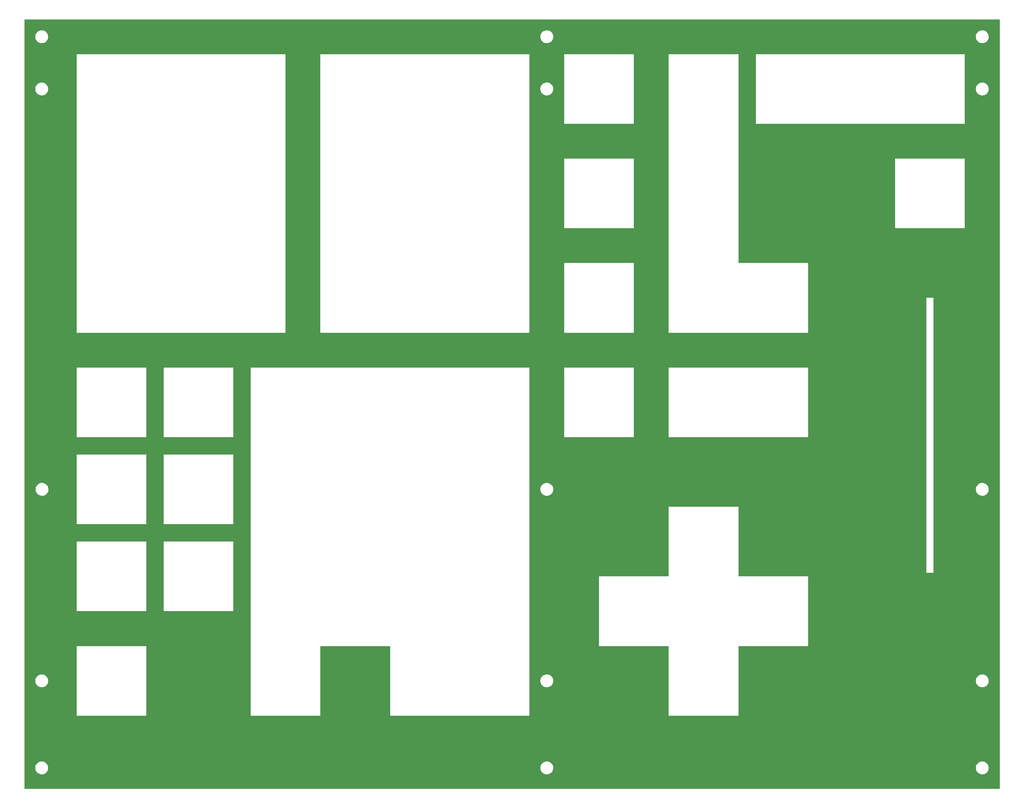
<source format=gbr>
%TF.GenerationSoftware,KiCad,Pcbnew,7.0.5*%
%TF.CreationDate,2023-09-10T17:58:02+02:00*%
%TF.ProjectId,CMD_Board_cover,434d445f-426f-4617-9264-5f636f766572,rev?*%
%TF.SameCoordinates,Original*%
%TF.FileFunction,Copper,L1,Top*%
%TF.FilePolarity,Positive*%
%FSLAX46Y46*%
G04 Gerber Fmt 4.6, Leading zero omitted, Abs format (unit mm)*
G04 Created by KiCad (PCBNEW 7.0.5) date 2023-09-10 17:58:02*
%MOMM*%
%LPD*%
G01*
G04 APERTURE LIST*
G04 APERTURE END LIST*
%TA.AperFunction,NonConductor*%
G36*
X359942539Y-24020185D02*
G01*
X359988294Y-24072989D01*
X359999500Y-24124500D01*
X359999500Y-244873000D01*
X359979815Y-244940039D01*
X359927011Y-244985794D01*
X359875500Y-244997000D01*
X80145000Y-244997000D01*
X80077961Y-244977315D01*
X80032206Y-244924511D01*
X80021000Y-244873000D01*
X80021000Y-239067763D01*
X83145787Y-239067763D01*
X83175413Y-239337013D01*
X83175415Y-239337024D01*
X83243926Y-239599082D01*
X83243928Y-239599088D01*
X83349870Y-239848390D01*
X83421998Y-239966575D01*
X83490979Y-240079605D01*
X83490986Y-240079615D01*
X83664253Y-240287819D01*
X83664259Y-240287824D01*
X83865998Y-240468582D01*
X84091910Y-240618044D01*
X84337176Y-240733020D01*
X84337183Y-240733022D01*
X84337185Y-240733023D01*
X84596557Y-240811057D01*
X84596564Y-240811058D01*
X84596569Y-240811060D01*
X84864561Y-240850500D01*
X84864566Y-240850500D01*
X85067629Y-240850500D01*
X85067631Y-240850500D01*
X85067636Y-240850499D01*
X85067648Y-240850499D01*
X85105191Y-240847750D01*
X85270156Y-240835677D01*
X85382758Y-240810593D01*
X85534546Y-240776782D01*
X85534548Y-240776781D01*
X85534553Y-240776780D01*
X85787558Y-240680014D01*
X86023777Y-240547441D01*
X86238177Y-240381888D01*
X86426186Y-240186881D01*
X86583799Y-239966579D01*
X86657787Y-239822669D01*
X86707649Y-239725690D01*
X86707651Y-239725684D01*
X86707656Y-239725675D01*
X86795118Y-239469305D01*
X86844319Y-239202933D01*
X86849259Y-239067763D01*
X228145787Y-239067763D01*
X228175413Y-239337013D01*
X228175415Y-239337024D01*
X228243926Y-239599082D01*
X228243928Y-239599088D01*
X228349870Y-239848390D01*
X228421998Y-239966575D01*
X228490979Y-240079605D01*
X228490986Y-240079615D01*
X228664253Y-240287819D01*
X228664259Y-240287824D01*
X228865998Y-240468582D01*
X229091910Y-240618044D01*
X229337176Y-240733020D01*
X229337183Y-240733022D01*
X229337185Y-240733023D01*
X229596557Y-240811057D01*
X229596564Y-240811058D01*
X229596569Y-240811060D01*
X229864561Y-240850500D01*
X229864566Y-240850500D01*
X230067629Y-240850500D01*
X230067631Y-240850500D01*
X230067636Y-240850499D01*
X230067648Y-240850499D01*
X230105191Y-240847750D01*
X230270156Y-240835677D01*
X230382758Y-240810593D01*
X230534546Y-240776782D01*
X230534548Y-240776781D01*
X230534553Y-240776780D01*
X230787558Y-240680014D01*
X231023777Y-240547441D01*
X231238177Y-240381888D01*
X231426186Y-240186881D01*
X231583799Y-239966579D01*
X231657787Y-239822669D01*
X231707649Y-239725690D01*
X231707651Y-239725684D01*
X231707656Y-239725675D01*
X231795118Y-239469305D01*
X231844319Y-239202933D01*
X231849259Y-239067763D01*
X353145787Y-239067763D01*
X353175413Y-239337013D01*
X353175415Y-239337024D01*
X353243926Y-239599082D01*
X353243928Y-239599088D01*
X353349870Y-239848390D01*
X353421998Y-239966575D01*
X353490979Y-240079605D01*
X353490986Y-240079615D01*
X353664253Y-240287819D01*
X353664259Y-240287824D01*
X353865998Y-240468582D01*
X354091910Y-240618044D01*
X354337176Y-240733020D01*
X354337183Y-240733022D01*
X354337185Y-240733023D01*
X354596557Y-240811057D01*
X354596564Y-240811058D01*
X354596569Y-240811060D01*
X354864561Y-240850500D01*
X354864566Y-240850500D01*
X355067629Y-240850500D01*
X355067631Y-240850500D01*
X355067636Y-240850499D01*
X355067648Y-240850499D01*
X355105191Y-240847750D01*
X355270156Y-240835677D01*
X355382758Y-240810593D01*
X355534546Y-240776782D01*
X355534548Y-240776781D01*
X355534553Y-240776780D01*
X355787558Y-240680014D01*
X356023777Y-240547441D01*
X356238177Y-240381888D01*
X356426186Y-240186881D01*
X356583799Y-239966579D01*
X356657787Y-239822669D01*
X356707649Y-239725690D01*
X356707651Y-239725684D01*
X356707656Y-239725675D01*
X356795118Y-239469305D01*
X356844319Y-239202933D01*
X356854212Y-238932235D01*
X356824586Y-238662982D01*
X356756072Y-238400912D01*
X356650130Y-238151610D01*
X356509018Y-237920390D01*
X356419747Y-237813119D01*
X356335746Y-237712180D01*
X356335740Y-237712175D01*
X356134002Y-237531418D01*
X355908092Y-237381957D01*
X355908090Y-237381956D01*
X355662824Y-237266980D01*
X355662819Y-237266978D01*
X355662814Y-237266976D01*
X355403442Y-237188942D01*
X355403428Y-237188939D01*
X355287791Y-237171921D01*
X355135439Y-237149500D01*
X354932369Y-237149500D01*
X354932351Y-237149500D01*
X354729844Y-237164323D01*
X354729831Y-237164325D01*
X354465453Y-237223217D01*
X354465446Y-237223220D01*
X354212439Y-237319987D01*
X353976226Y-237452557D01*
X353761822Y-237618112D01*
X353573822Y-237813109D01*
X353573816Y-237813116D01*
X353416202Y-238033419D01*
X353416199Y-238033424D01*
X353292350Y-238274309D01*
X353292343Y-238274327D01*
X353204884Y-238530685D01*
X353204881Y-238530699D01*
X353155681Y-238797068D01*
X353155680Y-238797075D01*
X353145787Y-239067763D01*
X231849259Y-239067763D01*
X231854212Y-238932235D01*
X231824586Y-238662982D01*
X231756072Y-238400912D01*
X231650130Y-238151610D01*
X231509018Y-237920390D01*
X231419747Y-237813119D01*
X231335746Y-237712180D01*
X231335740Y-237712175D01*
X231134002Y-237531418D01*
X230908092Y-237381957D01*
X230908090Y-237381956D01*
X230662824Y-237266980D01*
X230662819Y-237266978D01*
X230662814Y-237266976D01*
X230403442Y-237188942D01*
X230403428Y-237188939D01*
X230287791Y-237171921D01*
X230135439Y-237149500D01*
X229932369Y-237149500D01*
X229932351Y-237149500D01*
X229729844Y-237164323D01*
X229729831Y-237164325D01*
X229465453Y-237223217D01*
X229465446Y-237223220D01*
X229212439Y-237319987D01*
X228976226Y-237452557D01*
X228761822Y-237618112D01*
X228573822Y-237813109D01*
X228573816Y-237813116D01*
X228416202Y-238033419D01*
X228416199Y-238033424D01*
X228292350Y-238274309D01*
X228292343Y-238274327D01*
X228204884Y-238530685D01*
X228204881Y-238530699D01*
X228155681Y-238797068D01*
X228155680Y-238797075D01*
X228145787Y-239067763D01*
X86849259Y-239067763D01*
X86854212Y-238932235D01*
X86824586Y-238662982D01*
X86756072Y-238400912D01*
X86650130Y-238151610D01*
X86509018Y-237920390D01*
X86419747Y-237813119D01*
X86335746Y-237712180D01*
X86335740Y-237712175D01*
X86134002Y-237531418D01*
X85908092Y-237381957D01*
X85908090Y-237381956D01*
X85662824Y-237266980D01*
X85662819Y-237266978D01*
X85662814Y-237266976D01*
X85403442Y-237188942D01*
X85403428Y-237188939D01*
X85287791Y-237171921D01*
X85135439Y-237149500D01*
X84932369Y-237149500D01*
X84932351Y-237149500D01*
X84729844Y-237164323D01*
X84729831Y-237164325D01*
X84465453Y-237223217D01*
X84465446Y-237223220D01*
X84212439Y-237319987D01*
X83976226Y-237452557D01*
X83761822Y-237618112D01*
X83573822Y-237813109D01*
X83573816Y-237813116D01*
X83416202Y-238033419D01*
X83416199Y-238033424D01*
X83292350Y-238274309D01*
X83292343Y-238274327D01*
X83204884Y-238530685D01*
X83204881Y-238530699D01*
X83155681Y-238797068D01*
X83155680Y-238797075D01*
X83145787Y-239067763D01*
X80021000Y-239067763D01*
X80021000Y-223975889D01*
X94999416Y-223975889D01*
X94999459Y-224000001D01*
X94999544Y-224000206D01*
X94999616Y-224000382D01*
X94999618Y-224000384D01*
X94999808Y-224000462D01*
X95000000Y-224000541D01*
X95000002Y-224000539D01*
X95024616Y-224000524D01*
X95024616Y-224000528D01*
X95024760Y-224000500D01*
X114975240Y-224000500D01*
X114975383Y-224000528D01*
X114975384Y-224000524D01*
X114999997Y-224000539D01*
X115000000Y-224000541D01*
X115000383Y-224000383D01*
X115000500Y-224000099D01*
X115000541Y-224000000D01*
X115000540Y-223999997D01*
X115000583Y-223975889D01*
X144999416Y-223975889D01*
X144999459Y-224000001D01*
X144999544Y-224000206D01*
X144999616Y-224000382D01*
X144999618Y-224000384D01*
X144999808Y-224000462D01*
X145000000Y-224000541D01*
X145000002Y-224000539D01*
X145024616Y-224000524D01*
X145024616Y-224000528D01*
X145024760Y-224000500D01*
X164975240Y-224000500D01*
X164975383Y-224000528D01*
X164975384Y-224000524D01*
X164999997Y-224000539D01*
X165000000Y-224000541D01*
X165000383Y-224000383D01*
X165000500Y-224000099D01*
X165000541Y-224000000D01*
X165000540Y-223999997D01*
X165000583Y-223975889D01*
X165000500Y-223975467D01*
X165000500Y-204124500D01*
X165020185Y-204057461D01*
X165072989Y-204011706D01*
X165124500Y-204000500D01*
X184875500Y-204000500D01*
X184942539Y-204020185D01*
X184988294Y-204072989D01*
X184999500Y-204124500D01*
X184999500Y-223975467D01*
X184999416Y-223975889D01*
X184999459Y-224000001D01*
X184999544Y-224000206D01*
X184999616Y-224000382D01*
X184999618Y-224000384D01*
X184999808Y-224000462D01*
X185000000Y-224000541D01*
X185000002Y-224000539D01*
X185024616Y-224000524D01*
X185024616Y-224000528D01*
X185024760Y-224000500D01*
X224975240Y-224000500D01*
X224975383Y-224000528D01*
X224975384Y-224000524D01*
X224999997Y-224000539D01*
X225000000Y-224000541D01*
X225000383Y-224000383D01*
X225000500Y-224000099D01*
X225000541Y-224000000D01*
X225000540Y-223999997D01*
X225000583Y-223975889D01*
X225000500Y-223975467D01*
X225000500Y-214067763D01*
X228145787Y-214067763D01*
X228175413Y-214337013D01*
X228175415Y-214337024D01*
X228243926Y-214599082D01*
X228243928Y-214599088D01*
X228349870Y-214848390D01*
X228421998Y-214966575D01*
X228490979Y-215079605D01*
X228490986Y-215079615D01*
X228664253Y-215287819D01*
X228664259Y-215287824D01*
X228865998Y-215468582D01*
X229091910Y-215618044D01*
X229337176Y-215733020D01*
X229337183Y-215733022D01*
X229337185Y-215733023D01*
X229596557Y-215811057D01*
X229596564Y-215811058D01*
X229596569Y-215811060D01*
X229864561Y-215850500D01*
X229864566Y-215850500D01*
X230067629Y-215850500D01*
X230067631Y-215850500D01*
X230067636Y-215850499D01*
X230067648Y-215850499D01*
X230105191Y-215847750D01*
X230270156Y-215835677D01*
X230382758Y-215810593D01*
X230534546Y-215776782D01*
X230534548Y-215776781D01*
X230534553Y-215776780D01*
X230787558Y-215680014D01*
X231023777Y-215547441D01*
X231238177Y-215381888D01*
X231426186Y-215186881D01*
X231583799Y-214966579D01*
X231657787Y-214822669D01*
X231707649Y-214725690D01*
X231707651Y-214725684D01*
X231707656Y-214725675D01*
X231795118Y-214469305D01*
X231844319Y-214202933D01*
X231854212Y-213932235D01*
X231824586Y-213662982D01*
X231756072Y-213400912D01*
X231650130Y-213151610D01*
X231509018Y-212920390D01*
X231419747Y-212813119D01*
X231335746Y-212712180D01*
X231335740Y-212712175D01*
X231134002Y-212531418D01*
X230908092Y-212381957D01*
X230908090Y-212381956D01*
X230662824Y-212266980D01*
X230662819Y-212266978D01*
X230662814Y-212266976D01*
X230403442Y-212188942D01*
X230403428Y-212188939D01*
X230287791Y-212171921D01*
X230135439Y-212149500D01*
X229932369Y-212149500D01*
X229932351Y-212149500D01*
X229729844Y-212164323D01*
X229729831Y-212164325D01*
X229465453Y-212223217D01*
X229465446Y-212223220D01*
X229212439Y-212319987D01*
X228976226Y-212452557D01*
X228761822Y-212618112D01*
X228573822Y-212813109D01*
X228573816Y-212813116D01*
X228416202Y-213033419D01*
X228416199Y-213033424D01*
X228292350Y-213274309D01*
X228292343Y-213274327D01*
X228204884Y-213530685D01*
X228204881Y-213530699D01*
X228155681Y-213797068D01*
X228155680Y-213797075D01*
X228145787Y-214067763D01*
X225000500Y-214067763D01*
X225000500Y-203975889D01*
X244999416Y-203975889D01*
X244999459Y-204000001D01*
X244999544Y-204000206D01*
X244999616Y-204000382D01*
X244999618Y-204000384D01*
X244999808Y-204000462D01*
X245000000Y-204000541D01*
X245000002Y-204000539D01*
X245024616Y-204000524D01*
X245024616Y-204000528D01*
X245024760Y-204000500D01*
X264875500Y-204000500D01*
X264942539Y-204020185D01*
X264988294Y-204072989D01*
X264999500Y-204124500D01*
X264999500Y-223975467D01*
X264999416Y-223975889D01*
X264999459Y-224000001D01*
X264999544Y-224000206D01*
X264999616Y-224000382D01*
X264999618Y-224000384D01*
X264999808Y-224000462D01*
X265000000Y-224000541D01*
X265000002Y-224000539D01*
X265024616Y-224000524D01*
X265024616Y-224000528D01*
X265024760Y-224000500D01*
X284975240Y-224000500D01*
X284975383Y-224000528D01*
X284975384Y-224000524D01*
X284999997Y-224000539D01*
X285000000Y-224000541D01*
X285000383Y-224000383D01*
X285000500Y-224000099D01*
X285000541Y-224000000D01*
X285000540Y-223999997D01*
X285000583Y-223975889D01*
X285000500Y-223975467D01*
X285000500Y-214067763D01*
X353145787Y-214067763D01*
X353175413Y-214337013D01*
X353175415Y-214337024D01*
X353243926Y-214599082D01*
X353243928Y-214599088D01*
X353349870Y-214848390D01*
X353421998Y-214966575D01*
X353490979Y-215079605D01*
X353490986Y-215079615D01*
X353664253Y-215287819D01*
X353664259Y-215287824D01*
X353865998Y-215468582D01*
X354091910Y-215618044D01*
X354337176Y-215733020D01*
X354337183Y-215733022D01*
X354337185Y-215733023D01*
X354596557Y-215811057D01*
X354596564Y-215811058D01*
X354596569Y-215811060D01*
X354864561Y-215850500D01*
X354864566Y-215850500D01*
X355067629Y-215850500D01*
X355067631Y-215850500D01*
X355067636Y-215850499D01*
X355067648Y-215850499D01*
X355105191Y-215847750D01*
X355270156Y-215835677D01*
X355382758Y-215810593D01*
X355534546Y-215776782D01*
X355534548Y-215776781D01*
X355534553Y-215776780D01*
X355787558Y-215680014D01*
X356023777Y-215547441D01*
X356238177Y-215381888D01*
X356426186Y-215186881D01*
X356583799Y-214966579D01*
X356657787Y-214822669D01*
X356707649Y-214725690D01*
X356707651Y-214725684D01*
X356707656Y-214725675D01*
X356795118Y-214469305D01*
X356844319Y-214202933D01*
X356854212Y-213932235D01*
X356824586Y-213662982D01*
X356756072Y-213400912D01*
X356650130Y-213151610D01*
X356509018Y-212920390D01*
X356419747Y-212813119D01*
X356335746Y-212712180D01*
X356335740Y-212712175D01*
X356134002Y-212531418D01*
X355908092Y-212381957D01*
X355908090Y-212381956D01*
X355662824Y-212266980D01*
X355662819Y-212266978D01*
X355662814Y-212266976D01*
X355403442Y-212188942D01*
X355403428Y-212188939D01*
X355287791Y-212171921D01*
X355135439Y-212149500D01*
X354932369Y-212149500D01*
X354932351Y-212149500D01*
X354729844Y-212164323D01*
X354729831Y-212164325D01*
X354465453Y-212223217D01*
X354465446Y-212223220D01*
X354212439Y-212319987D01*
X353976226Y-212452557D01*
X353761822Y-212618112D01*
X353573822Y-212813109D01*
X353573816Y-212813116D01*
X353416202Y-213033419D01*
X353416199Y-213033424D01*
X353292350Y-213274309D01*
X353292343Y-213274327D01*
X353204884Y-213530685D01*
X353204881Y-213530699D01*
X353155681Y-213797068D01*
X353155680Y-213797075D01*
X353145787Y-214067763D01*
X285000500Y-214067763D01*
X285000500Y-204124500D01*
X285020185Y-204057461D01*
X285072989Y-204011706D01*
X285124500Y-204000500D01*
X304975240Y-204000500D01*
X304975383Y-204000528D01*
X304975384Y-204000524D01*
X304999997Y-204000539D01*
X305000000Y-204000541D01*
X305000383Y-204000383D01*
X305000500Y-204000099D01*
X305000541Y-204000000D01*
X305000540Y-203999997D01*
X305000583Y-203975889D01*
X305000500Y-203975467D01*
X305000500Y-184024759D01*
X305000528Y-184024616D01*
X305000524Y-184024616D01*
X305000539Y-184000002D01*
X305000541Y-184000000D01*
X305000462Y-183999808D01*
X305000384Y-183999618D01*
X305000383Y-183999617D01*
X305000381Y-183999616D01*
X305000090Y-183999496D01*
X305000001Y-183999459D01*
X304975446Y-183999459D01*
X304975240Y-183999500D01*
X285124500Y-183999500D01*
X285057461Y-183979815D01*
X285011706Y-183927011D01*
X285000500Y-183875500D01*
X285000500Y-182975889D01*
X338999416Y-182975889D01*
X338999459Y-183000001D01*
X338999544Y-183000206D01*
X338999616Y-183000382D01*
X338999618Y-183000384D01*
X338999808Y-183000462D01*
X339000000Y-183000541D01*
X339000002Y-183000539D01*
X339024616Y-183000524D01*
X339024616Y-183000528D01*
X339024760Y-183000500D01*
X340975240Y-183000500D01*
X340975383Y-183000528D01*
X340975384Y-183000524D01*
X340999997Y-183000539D01*
X341000000Y-183000541D01*
X341000383Y-183000383D01*
X341000500Y-183000099D01*
X341000541Y-183000000D01*
X341000540Y-182999997D01*
X341000583Y-182975889D01*
X341000500Y-182975467D01*
X341000500Y-159067763D01*
X353145787Y-159067763D01*
X353175413Y-159337013D01*
X353175415Y-159337024D01*
X353243926Y-159599082D01*
X353243928Y-159599088D01*
X353349870Y-159848390D01*
X353421998Y-159966575D01*
X353490979Y-160079605D01*
X353490986Y-160079615D01*
X353664253Y-160287819D01*
X353664259Y-160287824D01*
X353865998Y-160468582D01*
X354091910Y-160618044D01*
X354337176Y-160733020D01*
X354337183Y-160733022D01*
X354337185Y-160733023D01*
X354596557Y-160811057D01*
X354596564Y-160811058D01*
X354596569Y-160811060D01*
X354864561Y-160850500D01*
X354864566Y-160850500D01*
X355067629Y-160850500D01*
X355067631Y-160850500D01*
X355067636Y-160850499D01*
X355067648Y-160850499D01*
X355105191Y-160847750D01*
X355270156Y-160835677D01*
X355382758Y-160810593D01*
X355534546Y-160776782D01*
X355534548Y-160776781D01*
X355534553Y-160776780D01*
X355787558Y-160680014D01*
X356023777Y-160547441D01*
X356238177Y-160381888D01*
X356426186Y-160186881D01*
X356583799Y-159966579D01*
X356657787Y-159822669D01*
X356707649Y-159725690D01*
X356707651Y-159725684D01*
X356707656Y-159725675D01*
X356795118Y-159469305D01*
X356844319Y-159202933D01*
X356854212Y-158932235D01*
X356824586Y-158662982D01*
X356756072Y-158400912D01*
X356650130Y-158151610D01*
X356509018Y-157920390D01*
X356419747Y-157813119D01*
X356335746Y-157712180D01*
X356335740Y-157712175D01*
X356134002Y-157531418D01*
X355908092Y-157381957D01*
X355908090Y-157381956D01*
X355662824Y-157266980D01*
X355662819Y-157266978D01*
X355662814Y-157266976D01*
X355403442Y-157188942D01*
X355403428Y-157188939D01*
X355287791Y-157171921D01*
X355135439Y-157149500D01*
X354932369Y-157149500D01*
X354932351Y-157149500D01*
X354729844Y-157164323D01*
X354729831Y-157164325D01*
X354465453Y-157223217D01*
X354465446Y-157223220D01*
X354212439Y-157319987D01*
X353976226Y-157452557D01*
X353761822Y-157618112D01*
X353573822Y-157813109D01*
X353573816Y-157813116D01*
X353416202Y-158033419D01*
X353416199Y-158033424D01*
X353292350Y-158274309D01*
X353292343Y-158274327D01*
X353204884Y-158530685D01*
X353204881Y-158530699D01*
X353155681Y-158797068D01*
X353155680Y-158797075D01*
X353145787Y-159067763D01*
X341000500Y-159067763D01*
X341000500Y-104024759D01*
X341000528Y-104024616D01*
X341000524Y-104024616D01*
X341000539Y-104000002D01*
X341000541Y-104000000D01*
X341000462Y-103999808D01*
X341000384Y-103999618D01*
X341000383Y-103999617D01*
X341000381Y-103999616D01*
X341000090Y-103999496D01*
X341000001Y-103999459D01*
X340975446Y-103999459D01*
X340975240Y-103999500D01*
X339024760Y-103999500D01*
X339024554Y-103999459D01*
X338999998Y-103999459D01*
X338999909Y-103999496D01*
X338999619Y-103999615D01*
X338999615Y-103999618D01*
X338999459Y-103999999D01*
X338999476Y-104024616D01*
X338999471Y-104024616D01*
X338999500Y-104024759D01*
X338999500Y-182975467D01*
X338999416Y-182975889D01*
X285000500Y-182975889D01*
X285000500Y-164024759D01*
X285000528Y-164024616D01*
X285000524Y-164024616D01*
X285000539Y-164000002D01*
X285000541Y-164000000D01*
X285000462Y-163999808D01*
X285000384Y-163999618D01*
X285000383Y-163999617D01*
X285000381Y-163999616D01*
X285000090Y-163999496D01*
X285000001Y-163999459D01*
X284975446Y-163999459D01*
X284975240Y-163999500D01*
X265024760Y-163999500D01*
X265024554Y-163999459D01*
X264999998Y-163999459D01*
X264999909Y-163999496D01*
X264999619Y-163999615D01*
X264999615Y-163999618D01*
X264999459Y-163999999D01*
X264999476Y-164024616D01*
X264999471Y-164024616D01*
X264999500Y-164024759D01*
X264999500Y-183875500D01*
X264979815Y-183942539D01*
X264927011Y-183988294D01*
X264875500Y-183999500D01*
X245024760Y-183999500D01*
X245024554Y-183999459D01*
X244999998Y-183999459D01*
X244999909Y-183999496D01*
X244999619Y-183999615D01*
X244999615Y-183999618D01*
X244999459Y-183999999D01*
X244999476Y-184024616D01*
X244999471Y-184024616D01*
X244999500Y-184024759D01*
X244999500Y-203975467D01*
X244999416Y-203975889D01*
X225000500Y-203975889D01*
X225000500Y-174000500D01*
X225000500Y-159067763D01*
X228145787Y-159067763D01*
X228175413Y-159337013D01*
X228175415Y-159337024D01*
X228243926Y-159599082D01*
X228243928Y-159599088D01*
X228349870Y-159848390D01*
X228421998Y-159966575D01*
X228490979Y-160079605D01*
X228490986Y-160079615D01*
X228664253Y-160287819D01*
X228664259Y-160287824D01*
X228865998Y-160468582D01*
X229091910Y-160618044D01*
X229337176Y-160733020D01*
X229337183Y-160733022D01*
X229337185Y-160733023D01*
X229596557Y-160811057D01*
X229596564Y-160811058D01*
X229596569Y-160811060D01*
X229864561Y-160850500D01*
X229864566Y-160850500D01*
X230067629Y-160850500D01*
X230067631Y-160850500D01*
X230067636Y-160850499D01*
X230067648Y-160850499D01*
X230105191Y-160847750D01*
X230270156Y-160835677D01*
X230382758Y-160810593D01*
X230534546Y-160776782D01*
X230534548Y-160776781D01*
X230534553Y-160776780D01*
X230787558Y-160680014D01*
X231023777Y-160547441D01*
X231238177Y-160381888D01*
X231426186Y-160186881D01*
X231583799Y-159966579D01*
X231657787Y-159822669D01*
X231707649Y-159725690D01*
X231707651Y-159725684D01*
X231707656Y-159725675D01*
X231795118Y-159469305D01*
X231844319Y-159202933D01*
X231854212Y-158932235D01*
X231824586Y-158662982D01*
X231756072Y-158400912D01*
X231650130Y-158151610D01*
X231509018Y-157920390D01*
X231419747Y-157813119D01*
X231335746Y-157712180D01*
X231335740Y-157712175D01*
X231134002Y-157531418D01*
X230908092Y-157381957D01*
X230908090Y-157381956D01*
X230662824Y-157266980D01*
X230662819Y-157266978D01*
X230662814Y-157266976D01*
X230403442Y-157188942D01*
X230403428Y-157188939D01*
X230287791Y-157171921D01*
X230135439Y-157149500D01*
X229932369Y-157149500D01*
X229932351Y-157149500D01*
X229729844Y-157164323D01*
X229729831Y-157164325D01*
X229465453Y-157223217D01*
X229465446Y-157223220D01*
X229212439Y-157319987D01*
X228976226Y-157452557D01*
X228761822Y-157618112D01*
X228573822Y-157813109D01*
X228573816Y-157813116D01*
X228416202Y-158033419D01*
X228416199Y-158033424D01*
X228292350Y-158274309D01*
X228292343Y-158274327D01*
X228204884Y-158530685D01*
X228204881Y-158530699D01*
X228155681Y-158797068D01*
X228155680Y-158797075D01*
X228145787Y-159067763D01*
X225000500Y-159067763D01*
X225000500Y-143975889D01*
X234999416Y-143975889D01*
X234999459Y-144000001D01*
X234999544Y-144000206D01*
X234999616Y-144000382D01*
X234999618Y-144000384D01*
X234999808Y-144000462D01*
X235000000Y-144000541D01*
X235000002Y-144000539D01*
X235024616Y-144000524D01*
X235024616Y-144000528D01*
X235024760Y-144000500D01*
X254975240Y-144000500D01*
X254975383Y-144000528D01*
X254975384Y-144000524D01*
X254999997Y-144000539D01*
X255000000Y-144000541D01*
X255000383Y-144000383D01*
X255000500Y-144000099D01*
X255000541Y-144000000D01*
X255000540Y-143999997D01*
X255000583Y-143975889D01*
X264999416Y-143975889D01*
X264999459Y-144000001D01*
X264999544Y-144000206D01*
X264999616Y-144000382D01*
X264999618Y-144000384D01*
X264999808Y-144000462D01*
X265000000Y-144000541D01*
X265000002Y-144000539D01*
X265024616Y-144000524D01*
X265024616Y-144000528D01*
X265024760Y-144000500D01*
X304975240Y-144000500D01*
X304975383Y-144000528D01*
X304975384Y-144000524D01*
X304999997Y-144000539D01*
X305000000Y-144000541D01*
X305000383Y-144000383D01*
X305000500Y-144000099D01*
X305000541Y-144000000D01*
X305000540Y-143999997D01*
X305000583Y-143975889D01*
X305000500Y-143975467D01*
X305000500Y-124024759D01*
X305000528Y-124024616D01*
X305000524Y-124024616D01*
X305000539Y-124000002D01*
X305000541Y-124000000D01*
X305000462Y-123999808D01*
X305000384Y-123999618D01*
X305000383Y-123999617D01*
X305000381Y-123999616D01*
X305000090Y-123999496D01*
X305000001Y-123999459D01*
X304975446Y-123999459D01*
X304975240Y-123999500D01*
X265024760Y-123999500D01*
X265024554Y-123999459D01*
X264999998Y-123999459D01*
X264999909Y-123999496D01*
X264999619Y-123999615D01*
X264999615Y-123999618D01*
X264999459Y-123999999D01*
X264999476Y-124024616D01*
X264999471Y-124024616D01*
X264999500Y-124024759D01*
X264999499Y-143975467D01*
X264999416Y-143975889D01*
X255000583Y-143975889D01*
X255000500Y-143975467D01*
X255000500Y-124024759D01*
X255000528Y-124024616D01*
X255000524Y-124024616D01*
X255000539Y-124000002D01*
X255000541Y-124000000D01*
X255000462Y-123999808D01*
X255000384Y-123999618D01*
X255000383Y-123999617D01*
X255000381Y-123999616D01*
X255000090Y-123999496D01*
X255000001Y-123999459D01*
X254975446Y-123999459D01*
X254975240Y-123999500D01*
X235024760Y-123999500D01*
X235024554Y-123999459D01*
X234999998Y-123999459D01*
X234999909Y-123999496D01*
X234999619Y-123999615D01*
X234999615Y-123999618D01*
X234999459Y-123999999D01*
X234999476Y-124024616D01*
X234999471Y-124024616D01*
X234999500Y-124024759D01*
X234999500Y-143975467D01*
X234999416Y-143975889D01*
X225000500Y-143975889D01*
X225000500Y-124024754D01*
X225000528Y-124024616D01*
X225000524Y-124024616D01*
X225000539Y-124000002D01*
X225000541Y-124000000D01*
X225000462Y-123999808D01*
X225000384Y-123999618D01*
X225000383Y-123999617D01*
X225000381Y-123999616D01*
X225000090Y-123999496D01*
X225000001Y-123999459D01*
X224975446Y-123999459D01*
X224975240Y-123999500D01*
X145024760Y-123999500D01*
X145024554Y-123999459D01*
X144999998Y-123999459D01*
X144999909Y-123999496D01*
X144999619Y-123999615D01*
X144999615Y-123999618D01*
X144999459Y-123999999D01*
X144999476Y-124024616D01*
X144999471Y-124024616D01*
X144999500Y-124024759D01*
X144999500Y-223975467D01*
X144999416Y-223975889D01*
X115000583Y-223975889D01*
X115000500Y-223975467D01*
X115000500Y-204024759D01*
X115000528Y-204024616D01*
X115000524Y-204024616D01*
X115000539Y-204000002D01*
X115000541Y-204000000D01*
X115000462Y-203999808D01*
X115000384Y-203999618D01*
X115000383Y-203999617D01*
X115000381Y-203999616D01*
X115000090Y-203999496D01*
X115000001Y-203999459D01*
X114975446Y-203999459D01*
X114975240Y-203999500D01*
X95024760Y-203999500D01*
X95024554Y-203999459D01*
X94999998Y-203999459D01*
X94999909Y-203999496D01*
X94999619Y-203999615D01*
X94999615Y-203999618D01*
X94999459Y-203999999D01*
X94999476Y-204024616D01*
X94999471Y-204024616D01*
X94999500Y-204024759D01*
X94999500Y-223975467D01*
X94999416Y-223975889D01*
X80021000Y-223975889D01*
X80021000Y-214067763D01*
X83145787Y-214067763D01*
X83175413Y-214337013D01*
X83175415Y-214337024D01*
X83243926Y-214599082D01*
X83243928Y-214599088D01*
X83349870Y-214848390D01*
X83421998Y-214966575D01*
X83490979Y-215079605D01*
X83490986Y-215079615D01*
X83664253Y-215287819D01*
X83664259Y-215287824D01*
X83865998Y-215468582D01*
X84091910Y-215618044D01*
X84337176Y-215733020D01*
X84337183Y-215733022D01*
X84337185Y-215733023D01*
X84596557Y-215811057D01*
X84596564Y-215811058D01*
X84596569Y-215811060D01*
X84864561Y-215850500D01*
X84864566Y-215850500D01*
X85067629Y-215850500D01*
X85067631Y-215850500D01*
X85067636Y-215850499D01*
X85067648Y-215850499D01*
X85105191Y-215847750D01*
X85270156Y-215835677D01*
X85382758Y-215810593D01*
X85534546Y-215776782D01*
X85534548Y-215776781D01*
X85534553Y-215776780D01*
X85787558Y-215680014D01*
X86023777Y-215547441D01*
X86238177Y-215381888D01*
X86426186Y-215186881D01*
X86583799Y-214966579D01*
X86657787Y-214822669D01*
X86707649Y-214725690D01*
X86707651Y-214725684D01*
X86707656Y-214725675D01*
X86795118Y-214469305D01*
X86844319Y-214202933D01*
X86854212Y-213932235D01*
X86824586Y-213662982D01*
X86756072Y-213400912D01*
X86650130Y-213151610D01*
X86509018Y-212920390D01*
X86419747Y-212813119D01*
X86335746Y-212712180D01*
X86335740Y-212712175D01*
X86134002Y-212531418D01*
X85908092Y-212381957D01*
X85908090Y-212381956D01*
X85662824Y-212266980D01*
X85662819Y-212266978D01*
X85662814Y-212266976D01*
X85403442Y-212188942D01*
X85403428Y-212188939D01*
X85287791Y-212171921D01*
X85135439Y-212149500D01*
X84932369Y-212149500D01*
X84932351Y-212149500D01*
X84729844Y-212164323D01*
X84729831Y-212164325D01*
X84465453Y-212223217D01*
X84465446Y-212223220D01*
X84212439Y-212319987D01*
X83976226Y-212452557D01*
X83761822Y-212618112D01*
X83573822Y-212813109D01*
X83573816Y-212813116D01*
X83416202Y-213033419D01*
X83416199Y-213033424D01*
X83292350Y-213274309D01*
X83292343Y-213274327D01*
X83204884Y-213530685D01*
X83204881Y-213530699D01*
X83155681Y-213797068D01*
X83155680Y-213797075D01*
X83145787Y-214067763D01*
X80021000Y-214067763D01*
X80021000Y-193975889D01*
X94999416Y-193975889D01*
X94999459Y-194000001D01*
X94999544Y-194000206D01*
X94999616Y-194000382D01*
X94999618Y-194000384D01*
X94999808Y-194000462D01*
X95000000Y-194000541D01*
X95000002Y-194000539D01*
X95024616Y-194000524D01*
X95024616Y-194000528D01*
X95024760Y-194000500D01*
X114975240Y-194000500D01*
X114975383Y-194000528D01*
X114975384Y-194000524D01*
X114999997Y-194000539D01*
X115000000Y-194000541D01*
X115000383Y-194000383D01*
X115000500Y-194000099D01*
X115000541Y-194000000D01*
X115000540Y-193999997D01*
X115000583Y-193975889D01*
X119999416Y-193975889D01*
X119999459Y-194000001D01*
X119999544Y-194000206D01*
X119999616Y-194000382D01*
X119999618Y-194000384D01*
X119999808Y-194000462D01*
X120000000Y-194000541D01*
X120000002Y-194000539D01*
X120024616Y-194000524D01*
X120024616Y-194000528D01*
X120024760Y-194000500D01*
X139975240Y-194000500D01*
X139975383Y-194000528D01*
X139975384Y-194000524D01*
X139999997Y-194000539D01*
X140000000Y-194000541D01*
X140000383Y-194000383D01*
X140000500Y-194000099D01*
X140000541Y-194000000D01*
X140000540Y-193999997D01*
X140000583Y-193975889D01*
X140000500Y-193975467D01*
X140000500Y-174024759D01*
X140000528Y-174024616D01*
X140000524Y-174024616D01*
X140000539Y-174000002D01*
X140000541Y-174000000D01*
X140000462Y-173999808D01*
X140000384Y-173999618D01*
X140000383Y-173999617D01*
X140000381Y-173999616D01*
X140000090Y-173999496D01*
X140000001Y-173999459D01*
X139975446Y-173999459D01*
X139975240Y-173999500D01*
X120024760Y-173999500D01*
X120024554Y-173999459D01*
X119999998Y-173999459D01*
X119999909Y-173999496D01*
X119999619Y-173999615D01*
X119999615Y-173999618D01*
X119999459Y-173999999D01*
X119999476Y-174024616D01*
X119999471Y-174024616D01*
X119999500Y-174024759D01*
X119999499Y-193975467D01*
X119999416Y-193975889D01*
X115000583Y-193975889D01*
X115000500Y-193975467D01*
X115000500Y-174024759D01*
X115000528Y-174024616D01*
X115000524Y-174024616D01*
X115000539Y-174000002D01*
X115000541Y-174000000D01*
X115000462Y-173999808D01*
X115000384Y-173999618D01*
X115000383Y-173999617D01*
X115000381Y-173999616D01*
X115000090Y-173999496D01*
X115000001Y-173999459D01*
X114975446Y-173999459D01*
X114975240Y-173999500D01*
X95024760Y-173999500D01*
X95024554Y-173999459D01*
X94999998Y-173999459D01*
X94999909Y-173999496D01*
X94999619Y-173999615D01*
X94999615Y-173999618D01*
X94999459Y-173999999D01*
X94999476Y-174024616D01*
X94999471Y-174024616D01*
X94999500Y-174024759D01*
X94999500Y-193975467D01*
X94999416Y-193975889D01*
X80021000Y-193975889D01*
X80021000Y-168975889D01*
X94999416Y-168975889D01*
X94999459Y-169000001D01*
X94999544Y-169000206D01*
X94999616Y-169000382D01*
X94999618Y-169000384D01*
X94999808Y-169000462D01*
X95000000Y-169000541D01*
X95000002Y-169000539D01*
X95024616Y-169000524D01*
X95024616Y-169000528D01*
X95024760Y-169000500D01*
X114975240Y-169000500D01*
X114975383Y-169000528D01*
X114975384Y-169000524D01*
X114999997Y-169000539D01*
X115000000Y-169000541D01*
X115000383Y-169000383D01*
X115000500Y-169000099D01*
X115000541Y-169000000D01*
X115000540Y-168999997D01*
X115000583Y-168975889D01*
X119999416Y-168975889D01*
X119999459Y-169000001D01*
X119999544Y-169000206D01*
X119999616Y-169000382D01*
X119999618Y-169000384D01*
X119999808Y-169000462D01*
X120000000Y-169000541D01*
X120000002Y-169000539D01*
X120024616Y-169000524D01*
X120024616Y-169000528D01*
X120024760Y-169000500D01*
X139975240Y-169000500D01*
X139975383Y-169000528D01*
X139975384Y-169000524D01*
X139999997Y-169000539D01*
X140000000Y-169000541D01*
X140000383Y-169000383D01*
X140000500Y-169000099D01*
X140000541Y-169000000D01*
X140000540Y-168999997D01*
X140000583Y-168975889D01*
X140000500Y-168975467D01*
X140000500Y-149024759D01*
X140000528Y-149024616D01*
X140000524Y-149024616D01*
X140000539Y-149000002D01*
X140000541Y-149000000D01*
X140000462Y-148999808D01*
X140000384Y-148999618D01*
X140000383Y-148999617D01*
X140000381Y-148999616D01*
X140000090Y-148999496D01*
X140000001Y-148999459D01*
X139975446Y-148999459D01*
X139975240Y-148999500D01*
X120024760Y-148999500D01*
X120024554Y-148999459D01*
X119999998Y-148999459D01*
X119999909Y-148999496D01*
X119999619Y-148999615D01*
X119999615Y-148999618D01*
X119999459Y-148999999D01*
X119999476Y-149024616D01*
X119999471Y-149024616D01*
X119999500Y-149024759D01*
X119999499Y-168975467D01*
X119999416Y-168975889D01*
X115000583Y-168975889D01*
X115000500Y-168975467D01*
X115000500Y-149024759D01*
X115000528Y-149024616D01*
X115000524Y-149024616D01*
X115000539Y-149000002D01*
X115000541Y-149000000D01*
X115000462Y-148999808D01*
X115000384Y-148999618D01*
X115000383Y-148999617D01*
X115000381Y-148999616D01*
X115000090Y-148999496D01*
X115000001Y-148999459D01*
X114975446Y-148999459D01*
X114975240Y-148999500D01*
X95024760Y-148999500D01*
X95024554Y-148999459D01*
X94999998Y-148999459D01*
X94999909Y-148999496D01*
X94999619Y-148999615D01*
X94999615Y-148999618D01*
X94999459Y-148999999D01*
X94999476Y-149024616D01*
X94999471Y-149024616D01*
X94999500Y-149024759D01*
X94999500Y-168975467D01*
X94999416Y-168975889D01*
X80021000Y-168975889D01*
X80021000Y-159067763D01*
X83225787Y-159067763D01*
X83255413Y-159337013D01*
X83255415Y-159337024D01*
X83323926Y-159599082D01*
X83323928Y-159599088D01*
X83429870Y-159848390D01*
X83501998Y-159966575D01*
X83570979Y-160079605D01*
X83570986Y-160079615D01*
X83744253Y-160287819D01*
X83744259Y-160287824D01*
X83945998Y-160468582D01*
X84171910Y-160618044D01*
X84417176Y-160733020D01*
X84417183Y-160733022D01*
X84417185Y-160733023D01*
X84676557Y-160811057D01*
X84676564Y-160811058D01*
X84676569Y-160811060D01*
X84944561Y-160850500D01*
X84944566Y-160850500D01*
X85147629Y-160850500D01*
X85147631Y-160850500D01*
X85147636Y-160850499D01*
X85147648Y-160850499D01*
X85185191Y-160847750D01*
X85350156Y-160835677D01*
X85462758Y-160810593D01*
X85614546Y-160776782D01*
X85614548Y-160776781D01*
X85614553Y-160776780D01*
X85867558Y-160680014D01*
X86103777Y-160547441D01*
X86318177Y-160381888D01*
X86506186Y-160186881D01*
X86663799Y-159966579D01*
X86737787Y-159822669D01*
X86787649Y-159725690D01*
X86787651Y-159725684D01*
X86787656Y-159725675D01*
X86875118Y-159469305D01*
X86924319Y-159202933D01*
X86934212Y-158932235D01*
X86904586Y-158662982D01*
X86836072Y-158400912D01*
X86730130Y-158151610D01*
X86589018Y-157920390D01*
X86499747Y-157813119D01*
X86415746Y-157712180D01*
X86415740Y-157712175D01*
X86214002Y-157531418D01*
X85988092Y-157381957D01*
X85988090Y-157381956D01*
X85742824Y-157266980D01*
X85742819Y-157266978D01*
X85742814Y-157266976D01*
X85483442Y-157188942D01*
X85483428Y-157188939D01*
X85367791Y-157171921D01*
X85215439Y-157149500D01*
X85012369Y-157149500D01*
X85012351Y-157149500D01*
X84809844Y-157164323D01*
X84809831Y-157164325D01*
X84545453Y-157223217D01*
X84545446Y-157223220D01*
X84292439Y-157319987D01*
X84056226Y-157452557D01*
X83841822Y-157618112D01*
X83653822Y-157813109D01*
X83653816Y-157813116D01*
X83496202Y-158033419D01*
X83496199Y-158033424D01*
X83372350Y-158274309D01*
X83372343Y-158274327D01*
X83284884Y-158530685D01*
X83284881Y-158530699D01*
X83235681Y-158797068D01*
X83235680Y-158797075D01*
X83225787Y-159067763D01*
X80021000Y-159067763D01*
X80021000Y-143975889D01*
X94999416Y-143975889D01*
X94999459Y-144000001D01*
X94999544Y-144000206D01*
X94999616Y-144000382D01*
X94999618Y-144000384D01*
X94999808Y-144000462D01*
X95000000Y-144000541D01*
X95000002Y-144000539D01*
X95024616Y-144000524D01*
X95024616Y-144000528D01*
X95024760Y-144000500D01*
X114975240Y-144000500D01*
X114975383Y-144000528D01*
X114975384Y-144000524D01*
X114999997Y-144000539D01*
X115000000Y-144000541D01*
X115000383Y-144000383D01*
X115000500Y-144000099D01*
X115000541Y-144000000D01*
X115000540Y-143999997D01*
X115000583Y-143975889D01*
X119999416Y-143975889D01*
X119999459Y-144000001D01*
X119999544Y-144000206D01*
X119999616Y-144000382D01*
X119999618Y-144000384D01*
X119999808Y-144000462D01*
X120000000Y-144000541D01*
X120000002Y-144000539D01*
X120024616Y-144000524D01*
X120024616Y-144000528D01*
X120024760Y-144000500D01*
X139975240Y-144000500D01*
X139975383Y-144000528D01*
X139975384Y-144000524D01*
X139999997Y-144000539D01*
X140000000Y-144000541D01*
X140000383Y-144000383D01*
X140000500Y-144000099D01*
X140000541Y-144000000D01*
X140000540Y-143999997D01*
X140000583Y-143975889D01*
X140000500Y-143975467D01*
X140000500Y-124024759D01*
X140000528Y-124024616D01*
X140000524Y-124024616D01*
X140000539Y-124000002D01*
X140000541Y-124000000D01*
X140000462Y-123999808D01*
X140000384Y-123999618D01*
X140000383Y-123999617D01*
X140000381Y-123999616D01*
X140000090Y-123999496D01*
X140000001Y-123999459D01*
X139975446Y-123999459D01*
X139975240Y-123999500D01*
X120024760Y-123999500D01*
X120024554Y-123999459D01*
X119999998Y-123999459D01*
X119999909Y-123999496D01*
X119999619Y-123999615D01*
X119999615Y-123999618D01*
X119999459Y-123999999D01*
X119999476Y-124024616D01*
X119999471Y-124024616D01*
X119999500Y-124024759D01*
X119999499Y-143975467D01*
X119999416Y-143975889D01*
X115000583Y-143975889D01*
X115000500Y-143975467D01*
X115000500Y-124024759D01*
X115000528Y-124024616D01*
X115000524Y-124024616D01*
X115000539Y-124000002D01*
X115000541Y-124000000D01*
X115000462Y-123999808D01*
X115000384Y-123999618D01*
X115000383Y-123999617D01*
X115000381Y-123999616D01*
X115000090Y-123999496D01*
X115000001Y-123999459D01*
X114975446Y-123999459D01*
X114975240Y-123999500D01*
X95024760Y-123999500D01*
X95024554Y-123999459D01*
X94999998Y-123999459D01*
X94999909Y-123999496D01*
X94999619Y-123999615D01*
X94999615Y-123999618D01*
X94999459Y-123999999D01*
X94999476Y-124024616D01*
X94999471Y-124024616D01*
X94999500Y-124024759D01*
X94999500Y-143975467D01*
X94999416Y-143975889D01*
X80021000Y-143975889D01*
X80021000Y-44067763D01*
X83145787Y-44067763D01*
X83175413Y-44337013D01*
X83175415Y-44337024D01*
X83243926Y-44599082D01*
X83243928Y-44599088D01*
X83349870Y-44848390D01*
X83421998Y-44966575D01*
X83490979Y-45079605D01*
X83490986Y-45079615D01*
X83664253Y-45287819D01*
X83664259Y-45287824D01*
X83865998Y-45468582D01*
X84091910Y-45618044D01*
X84337176Y-45733020D01*
X84337183Y-45733022D01*
X84337185Y-45733023D01*
X84596557Y-45811057D01*
X84596564Y-45811058D01*
X84596569Y-45811060D01*
X84864561Y-45850500D01*
X84864566Y-45850500D01*
X85067629Y-45850500D01*
X85067631Y-45850500D01*
X85067636Y-45850499D01*
X85067648Y-45850499D01*
X85105191Y-45847750D01*
X85270156Y-45835677D01*
X85382758Y-45810593D01*
X85534546Y-45776782D01*
X85534548Y-45776781D01*
X85534553Y-45776780D01*
X85787558Y-45680014D01*
X86023777Y-45547441D01*
X86238177Y-45381888D01*
X86426186Y-45186881D01*
X86583799Y-44966579D01*
X86657787Y-44822669D01*
X86707649Y-44725690D01*
X86707651Y-44725684D01*
X86707656Y-44725675D01*
X86795118Y-44469305D01*
X86844319Y-44202933D01*
X86854212Y-43932235D01*
X86824586Y-43662982D01*
X86756072Y-43400912D01*
X86650130Y-43151610D01*
X86509018Y-42920390D01*
X86419747Y-42813119D01*
X86335746Y-42712180D01*
X86335740Y-42712175D01*
X86134002Y-42531418D01*
X85908092Y-42381957D01*
X85908090Y-42381956D01*
X85662824Y-42266980D01*
X85662819Y-42266978D01*
X85662814Y-42266976D01*
X85403442Y-42188942D01*
X85403428Y-42188939D01*
X85287791Y-42171921D01*
X85135439Y-42149500D01*
X84932369Y-42149500D01*
X84932351Y-42149500D01*
X84729844Y-42164323D01*
X84729831Y-42164325D01*
X84465453Y-42223217D01*
X84465446Y-42223220D01*
X84212439Y-42319987D01*
X83976226Y-42452557D01*
X83761822Y-42618112D01*
X83573822Y-42813109D01*
X83573816Y-42813116D01*
X83416202Y-43033419D01*
X83416199Y-43033424D01*
X83292350Y-43274309D01*
X83292343Y-43274327D01*
X83204884Y-43530685D01*
X83204881Y-43530699D01*
X83155681Y-43797068D01*
X83155680Y-43797075D01*
X83145787Y-44067763D01*
X80021000Y-44067763D01*
X80021000Y-34023555D01*
X94999372Y-34023555D01*
X94999499Y-34024203D01*
X94999499Y-113976019D01*
X94999417Y-113976440D01*
X94999459Y-113999999D01*
X94999459Y-114000000D01*
X94999499Y-114000099D01*
X94999677Y-114000541D01*
X94999999Y-114000540D01*
X95000000Y-114000541D01*
X95000000Y-114000540D01*
X95024616Y-114000524D01*
X95024616Y-114000528D01*
X95024760Y-114000500D01*
X154975240Y-114000500D01*
X154975383Y-114000528D01*
X154975384Y-114000524D01*
X154999997Y-114000539D01*
X155000000Y-114000541D01*
X155000383Y-114000383D01*
X155000500Y-114000099D01*
X155000541Y-114000000D01*
X155000540Y-113999997D01*
X155000583Y-113975889D01*
X164999416Y-113975889D01*
X164999459Y-114000001D01*
X164999544Y-114000206D01*
X164999616Y-114000382D01*
X164999618Y-114000384D01*
X164999808Y-114000462D01*
X165000000Y-114000541D01*
X165000002Y-114000539D01*
X165024616Y-114000524D01*
X165024616Y-114000528D01*
X165024760Y-114000500D01*
X224975240Y-114000500D01*
X224975383Y-114000528D01*
X224975384Y-114000524D01*
X224999997Y-114000539D01*
X225000000Y-114000541D01*
X225000383Y-114000383D01*
X225000500Y-114000099D01*
X225000541Y-114000000D01*
X225000540Y-113999997D01*
X225000583Y-113975889D01*
X234999416Y-113975889D01*
X234999459Y-114000001D01*
X234999544Y-114000206D01*
X234999616Y-114000382D01*
X234999618Y-114000384D01*
X234999808Y-114000462D01*
X235000000Y-114000541D01*
X235000002Y-114000539D01*
X235024616Y-114000524D01*
X235024616Y-114000528D01*
X235024760Y-114000500D01*
X254975240Y-114000500D01*
X254975383Y-114000528D01*
X254975384Y-114000524D01*
X254999997Y-114000539D01*
X255000000Y-114000541D01*
X255000383Y-114000383D01*
X255000500Y-114000099D01*
X255000541Y-114000000D01*
X255000540Y-113999997D01*
X255000583Y-113975889D01*
X264999416Y-113975889D01*
X264999459Y-114000001D01*
X264999544Y-114000206D01*
X264999616Y-114000382D01*
X264999618Y-114000384D01*
X264999808Y-114000462D01*
X265000000Y-114000541D01*
X265000002Y-114000539D01*
X265024616Y-114000524D01*
X265024616Y-114000528D01*
X265024760Y-114000500D01*
X304975240Y-114000500D01*
X304975383Y-114000528D01*
X304975384Y-114000524D01*
X304999997Y-114000539D01*
X305000000Y-114000541D01*
X305000383Y-114000383D01*
X305000500Y-114000099D01*
X305000541Y-114000000D01*
X305000540Y-113999997D01*
X305000583Y-113975889D01*
X305000500Y-113975467D01*
X305000500Y-94024759D01*
X305000528Y-94024616D01*
X305000524Y-94024616D01*
X305000539Y-94000002D01*
X305000541Y-94000000D01*
X305000462Y-93999808D01*
X305000384Y-93999618D01*
X305000383Y-93999617D01*
X305000381Y-93999616D01*
X305000090Y-93999496D01*
X305000001Y-93999459D01*
X304975446Y-93999459D01*
X304975240Y-93999500D01*
X285124500Y-93999500D01*
X285057461Y-93979815D01*
X285011706Y-93927011D01*
X285000500Y-93875500D01*
X285000500Y-83975889D01*
X329999416Y-83975889D01*
X329999459Y-84000001D01*
X329999544Y-84000206D01*
X329999616Y-84000382D01*
X329999618Y-84000384D01*
X329999808Y-84000462D01*
X330000000Y-84000541D01*
X330000002Y-84000539D01*
X330024616Y-84000524D01*
X330024616Y-84000528D01*
X330024760Y-84000500D01*
X349975240Y-84000500D01*
X349975383Y-84000528D01*
X349975384Y-84000524D01*
X349999997Y-84000539D01*
X350000000Y-84000541D01*
X350000383Y-84000383D01*
X350000500Y-84000099D01*
X350000541Y-84000000D01*
X350000540Y-83999997D01*
X350000583Y-83975889D01*
X350000500Y-83975467D01*
X350000500Y-64024759D01*
X350000528Y-64024616D01*
X350000524Y-64024616D01*
X350000539Y-64000002D01*
X350000541Y-64000000D01*
X350000462Y-63999808D01*
X350000384Y-63999618D01*
X350000383Y-63999617D01*
X350000381Y-63999616D01*
X350000090Y-63999496D01*
X350000001Y-63999459D01*
X349975446Y-63999459D01*
X349975240Y-63999500D01*
X330024760Y-63999500D01*
X330024554Y-63999459D01*
X329999998Y-63999459D01*
X329999909Y-63999496D01*
X329999619Y-63999615D01*
X329999615Y-63999618D01*
X329999459Y-63999999D01*
X329999476Y-64024616D01*
X329999471Y-64024616D01*
X329999500Y-64024759D01*
X329999500Y-83975467D01*
X329999416Y-83975889D01*
X285000500Y-83975889D01*
X285000500Y-53975889D01*
X289999416Y-53975889D01*
X289999459Y-54000001D01*
X289999544Y-54000206D01*
X289999616Y-54000382D01*
X289999618Y-54000384D01*
X289999808Y-54000462D01*
X290000000Y-54000541D01*
X290000002Y-54000539D01*
X290024616Y-54000524D01*
X290024616Y-54000528D01*
X290024760Y-54000500D01*
X349975240Y-54000500D01*
X349975383Y-54000528D01*
X349975384Y-54000524D01*
X349999997Y-54000539D01*
X350000000Y-54000541D01*
X350000383Y-54000383D01*
X350000500Y-54000099D01*
X350000541Y-54000000D01*
X350000540Y-53999997D01*
X350000583Y-53975889D01*
X350000500Y-53975467D01*
X350000500Y-44067763D01*
X353145787Y-44067763D01*
X353175413Y-44337013D01*
X353175415Y-44337024D01*
X353243926Y-44599082D01*
X353243928Y-44599088D01*
X353349870Y-44848390D01*
X353421998Y-44966575D01*
X353490979Y-45079605D01*
X353490986Y-45079615D01*
X353664253Y-45287819D01*
X353664259Y-45287824D01*
X353865998Y-45468582D01*
X354091910Y-45618044D01*
X354337176Y-45733020D01*
X354337183Y-45733022D01*
X354337185Y-45733023D01*
X354596557Y-45811057D01*
X354596564Y-45811058D01*
X354596569Y-45811060D01*
X354864561Y-45850500D01*
X354864566Y-45850500D01*
X355067629Y-45850500D01*
X355067631Y-45850500D01*
X355067636Y-45850499D01*
X355067648Y-45850499D01*
X355105191Y-45847750D01*
X355270156Y-45835677D01*
X355382758Y-45810593D01*
X355534546Y-45776782D01*
X355534548Y-45776781D01*
X355534553Y-45776780D01*
X355787558Y-45680014D01*
X356023777Y-45547441D01*
X356238177Y-45381888D01*
X356426186Y-45186881D01*
X356583799Y-44966579D01*
X356657787Y-44822669D01*
X356707649Y-44725690D01*
X356707651Y-44725684D01*
X356707656Y-44725675D01*
X356795118Y-44469305D01*
X356844319Y-44202933D01*
X356854212Y-43932235D01*
X356824586Y-43662982D01*
X356756072Y-43400912D01*
X356650130Y-43151610D01*
X356509018Y-42920390D01*
X356419747Y-42813119D01*
X356335746Y-42712180D01*
X356335740Y-42712175D01*
X356134002Y-42531418D01*
X355908092Y-42381957D01*
X355908090Y-42381956D01*
X355662824Y-42266980D01*
X355662819Y-42266978D01*
X355662814Y-42266976D01*
X355403442Y-42188942D01*
X355403428Y-42188939D01*
X355287791Y-42171921D01*
X355135439Y-42149500D01*
X354932369Y-42149500D01*
X354932351Y-42149500D01*
X354729844Y-42164323D01*
X354729831Y-42164325D01*
X354465453Y-42223217D01*
X354465446Y-42223220D01*
X354212439Y-42319987D01*
X353976226Y-42452557D01*
X353761822Y-42618112D01*
X353573822Y-42813109D01*
X353573816Y-42813116D01*
X353416202Y-43033419D01*
X353416199Y-43033424D01*
X353292350Y-43274309D01*
X353292343Y-43274327D01*
X353204884Y-43530685D01*
X353204881Y-43530699D01*
X353155681Y-43797068D01*
X353155680Y-43797075D01*
X353145787Y-44067763D01*
X350000500Y-44067763D01*
X350000500Y-34024759D01*
X350000528Y-34024616D01*
X350000524Y-34024616D01*
X350000539Y-34000002D01*
X350000541Y-34000000D01*
X350000462Y-33999808D01*
X350000384Y-33999618D01*
X350000383Y-33999617D01*
X350000381Y-33999616D01*
X350000090Y-33999496D01*
X350000001Y-33999459D01*
X349975446Y-33999459D01*
X349975240Y-33999500D01*
X290024760Y-33999500D01*
X290024554Y-33999459D01*
X289999998Y-33999459D01*
X289999909Y-33999496D01*
X289999619Y-33999615D01*
X289999615Y-33999618D01*
X289999459Y-33999999D01*
X289999476Y-34024616D01*
X289999471Y-34024616D01*
X289999500Y-34024759D01*
X289999500Y-53975467D01*
X289999416Y-53975889D01*
X285000500Y-53975889D01*
X285000500Y-34024759D01*
X285000528Y-34024616D01*
X285000524Y-34024616D01*
X285000539Y-34000002D01*
X285000541Y-34000000D01*
X285000462Y-33999808D01*
X285000384Y-33999618D01*
X285000383Y-33999617D01*
X285000381Y-33999616D01*
X285000090Y-33999496D01*
X285000001Y-33999459D01*
X284975446Y-33999459D01*
X284975240Y-33999500D01*
X265024760Y-33999500D01*
X265024554Y-33999459D01*
X264999998Y-33999459D01*
X264999909Y-33999496D01*
X264999619Y-33999615D01*
X264999615Y-33999618D01*
X264999459Y-33999999D01*
X264999476Y-34024616D01*
X264999471Y-34024616D01*
X264999500Y-34024759D01*
X264999500Y-113975467D01*
X264999416Y-113975889D01*
X255000583Y-113975889D01*
X255000500Y-113975467D01*
X255000500Y-94024759D01*
X255000528Y-94024616D01*
X255000524Y-94024616D01*
X255000539Y-94000002D01*
X255000541Y-94000000D01*
X255000462Y-93999808D01*
X255000384Y-93999618D01*
X255000383Y-93999617D01*
X255000381Y-93999616D01*
X255000090Y-93999496D01*
X255000001Y-93999459D01*
X254975446Y-93999459D01*
X254975240Y-93999500D01*
X235024760Y-93999500D01*
X235024554Y-93999459D01*
X234999998Y-93999459D01*
X234999909Y-93999496D01*
X234999619Y-93999615D01*
X234999615Y-93999618D01*
X234999459Y-93999999D01*
X234999476Y-94024616D01*
X234999471Y-94024616D01*
X234999500Y-94024759D01*
X234999500Y-113975467D01*
X234999416Y-113975889D01*
X225000583Y-113975889D01*
X225000500Y-113975467D01*
X225000500Y-83975889D01*
X234999416Y-83975889D01*
X234999459Y-84000001D01*
X234999544Y-84000206D01*
X234999616Y-84000382D01*
X234999618Y-84000384D01*
X234999808Y-84000462D01*
X235000000Y-84000541D01*
X235000002Y-84000539D01*
X235024616Y-84000524D01*
X235024616Y-84000528D01*
X235024760Y-84000500D01*
X254975240Y-84000500D01*
X254975383Y-84000528D01*
X254975384Y-84000524D01*
X254999997Y-84000539D01*
X255000000Y-84000541D01*
X255000383Y-84000383D01*
X255000500Y-84000099D01*
X255000541Y-84000000D01*
X255000540Y-83999997D01*
X255000583Y-83975889D01*
X255000500Y-83975467D01*
X255000500Y-64024759D01*
X255000528Y-64024616D01*
X255000524Y-64024616D01*
X255000539Y-64000002D01*
X255000541Y-64000000D01*
X255000462Y-63999808D01*
X255000384Y-63999618D01*
X255000383Y-63999617D01*
X255000381Y-63999616D01*
X255000090Y-63999496D01*
X255000001Y-63999459D01*
X254975446Y-63999459D01*
X254975240Y-63999500D01*
X235024760Y-63999500D01*
X235024554Y-63999459D01*
X234999998Y-63999459D01*
X234999909Y-63999496D01*
X234999619Y-63999615D01*
X234999615Y-63999618D01*
X234999459Y-63999999D01*
X234999476Y-64024616D01*
X234999471Y-64024616D01*
X234999500Y-64024759D01*
X234999500Y-83975467D01*
X234999416Y-83975889D01*
X225000500Y-83975889D01*
X225000500Y-53975889D01*
X234999416Y-53975889D01*
X234999459Y-54000001D01*
X234999544Y-54000206D01*
X234999616Y-54000382D01*
X234999618Y-54000384D01*
X234999808Y-54000462D01*
X235000000Y-54000541D01*
X235000002Y-54000539D01*
X235024616Y-54000524D01*
X235024616Y-54000528D01*
X235024760Y-54000500D01*
X254975240Y-54000500D01*
X254975383Y-54000528D01*
X254975384Y-54000524D01*
X254999997Y-54000539D01*
X255000000Y-54000541D01*
X255000383Y-54000383D01*
X255000500Y-54000099D01*
X255000541Y-54000000D01*
X255000540Y-53999997D01*
X255000583Y-53975889D01*
X255000500Y-53975467D01*
X255000500Y-34024759D01*
X255000528Y-34024616D01*
X255000524Y-34024616D01*
X255000539Y-34000002D01*
X255000541Y-34000000D01*
X255000462Y-33999808D01*
X255000384Y-33999618D01*
X255000383Y-33999617D01*
X255000381Y-33999616D01*
X255000090Y-33999496D01*
X255000001Y-33999459D01*
X254975446Y-33999459D01*
X254975240Y-33999500D01*
X235024760Y-33999500D01*
X235024554Y-33999459D01*
X234999998Y-33999459D01*
X234999909Y-33999496D01*
X234999619Y-33999615D01*
X234999615Y-33999618D01*
X234999459Y-33999999D01*
X234999476Y-34024616D01*
X234999471Y-34024616D01*
X234999500Y-34024759D01*
X234999500Y-53975467D01*
X234999416Y-53975889D01*
X225000500Y-53975889D01*
X225000500Y-44067763D01*
X228145787Y-44067763D01*
X228175413Y-44337013D01*
X228175415Y-44337024D01*
X228243926Y-44599082D01*
X228243928Y-44599088D01*
X228349870Y-44848390D01*
X228421998Y-44966575D01*
X228490979Y-45079605D01*
X228490986Y-45079615D01*
X228664253Y-45287819D01*
X228664259Y-45287824D01*
X228865998Y-45468582D01*
X229091910Y-45618044D01*
X229337176Y-45733020D01*
X229337183Y-45733022D01*
X229337185Y-45733023D01*
X229596557Y-45811057D01*
X229596564Y-45811058D01*
X229596569Y-45811060D01*
X229864561Y-45850500D01*
X229864566Y-45850500D01*
X230067629Y-45850500D01*
X230067631Y-45850500D01*
X230067636Y-45850499D01*
X230067648Y-45850499D01*
X230105191Y-45847750D01*
X230270156Y-45835677D01*
X230382758Y-45810593D01*
X230534546Y-45776782D01*
X230534548Y-45776781D01*
X230534553Y-45776780D01*
X230787558Y-45680014D01*
X231023777Y-45547441D01*
X231238177Y-45381888D01*
X231426186Y-45186881D01*
X231583799Y-44966579D01*
X231657787Y-44822669D01*
X231707649Y-44725690D01*
X231707651Y-44725684D01*
X231707656Y-44725675D01*
X231795118Y-44469305D01*
X231844319Y-44202933D01*
X231854212Y-43932235D01*
X231824586Y-43662982D01*
X231756072Y-43400912D01*
X231650130Y-43151610D01*
X231509018Y-42920390D01*
X231419747Y-42813119D01*
X231335746Y-42712180D01*
X231335740Y-42712175D01*
X231134002Y-42531418D01*
X230908092Y-42381957D01*
X230908090Y-42381956D01*
X230662824Y-42266980D01*
X230662819Y-42266978D01*
X230662814Y-42266976D01*
X230403442Y-42188942D01*
X230403428Y-42188939D01*
X230287791Y-42171921D01*
X230135439Y-42149500D01*
X229932369Y-42149500D01*
X229932351Y-42149500D01*
X229729844Y-42164323D01*
X229729831Y-42164325D01*
X229465453Y-42223217D01*
X229465446Y-42223220D01*
X229212439Y-42319987D01*
X228976226Y-42452557D01*
X228761822Y-42618112D01*
X228573822Y-42813109D01*
X228573816Y-42813116D01*
X228416202Y-43033419D01*
X228416199Y-43033424D01*
X228292350Y-43274309D01*
X228292343Y-43274327D01*
X228204884Y-43530685D01*
X228204881Y-43530699D01*
X228155681Y-43797068D01*
X228155680Y-43797075D01*
X228145787Y-44067763D01*
X225000500Y-44067763D01*
X225000500Y-34024759D01*
X225000528Y-34024616D01*
X225000524Y-34024616D01*
X225000539Y-34000002D01*
X225000541Y-34000000D01*
X225000462Y-33999808D01*
X225000384Y-33999618D01*
X225000383Y-33999617D01*
X225000381Y-33999616D01*
X225000090Y-33999496D01*
X225000001Y-33999459D01*
X224975446Y-33999459D01*
X224975240Y-33999500D01*
X165024760Y-33999500D01*
X165024554Y-33999459D01*
X164999998Y-33999459D01*
X164999909Y-33999496D01*
X164999619Y-33999615D01*
X164999615Y-33999618D01*
X164999459Y-33999999D01*
X164999476Y-34024616D01*
X164999471Y-34024616D01*
X164999500Y-34024759D01*
X164999500Y-113975467D01*
X164999416Y-113975889D01*
X155000583Y-113975889D01*
X155000500Y-113975467D01*
X155000500Y-34024759D01*
X155000528Y-34024616D01*
X155000524Y-34024616D01*
X155000539Y-34000002D01*
X155000541Y-34000000D01*
X155000462Y-33999808D01*
X155000384Y-33999618D01*
X155000383Y-33999617D01*
X155000381Y-33999616D01*
X155000090Y-33999496D01*
X155000001Y-33999459D01*
X154975446Y-33999459D01*
X154975240Y-33999500D01*
X95024760Y-33999500D01*
X95024554Y-33999459D01*
X94999998Y-33999459D01*
X94999909Y-33999496D01*
X94999619Y-33999615D01*
X94999615Y-33999618D01*
X94999458Y-34000000D01*
X94999372Y-34023555D01*
X80021000Y-34023555D01*
X80021000Y-29067763D01*
X83145787Y-29067763D01*
X83175413Y-29337013D01*
X83175415Y-29337024D01*
X83243926Y-29599082D01*
X83243928Y-29599088D01*
X83349870Y-29848390D01*
X83421998Y-29966575D01*
X83490979Y-30079605D01*
X83490986Y-30079615D01*
X83664253Y-30287819D01*
X83664259Y-30287824D01*
X83865998Y-30468582D01*
X84091910Y-30618044D01*
X84337176Y-30733020D01*
X84337183Y-30733022D01*
X84337185Y-30733023D01*
X84596557Y-30811057D01*
X84596564Y-30811058D01*
X84596569Y-30811060D01*
X84864561Y-30850500D01*
X84864566Y-30850500D01*
X85067629Y-30850500D01*
X85067631Y-30850500D01*
X85067636Y-30850499D01*
X85067648Y-30850499D01*
X85105191Y-30847750D01*
X85270156Y-30835677D01*
X85382758Y-30810593D01*
X85534546Y-30776782D01*
X85534548Y-30776781D01*
X85534553Y-30776780D01*
X85787558Y-30680014D01*
X86023777Y-30547441D01*
X86238177Y-30381888D01*
X86426186Y-30186881D01*
X86583799Y-29966579D01*
X86657787Y-29822669D01*
X86707649Y-29725690D01*
X86707651Y-29725684D01*
X86707656Y-29725675D01*
X86795118Y-29469305D01*
X86844319Y-29202933D01*
X86849259Y-29067763D01*
X228145787Y-29067763D01*
X228175413Y-29337013D01*
X228175415Y-29337024D01*
X228243926Y-29599082D01*
X228243928Y-29599088D01*
X228349870Y-29848390D01*
X228421998Y-29966575D01*
X228490979Y-30079605D01*
X228490986Y-30079615D01*
X228664253Y-30287819D01*
X228664259Y-30287824D01*
X228865998Y-30468582D01*
X229091910Y-30618044D01*
X229337176Y-30733020D01*
X229337183Y-30733022D01*
X229337185Y-30733023D01*
X229596557Y-30811057D01*
X229596564Y-30811058D01*
X229596569Y-30811060D01*
X229864561Y-30850500D01*
X229864566Y-30850500D01*
X230067629Y-30850500D01*
X230067631Y-30850500D01*
X230067636Y-30850499D01*
X230067648Y-30850499D01*
X230105191Y-30847750D01*
X230270156Y-30835677D01*
X230382758Y-30810593D01*
X230534546Y-30776782D01*
X230534548Y-30776781D01*
X230534553Y-30776780D01*
X230787558Y-30680014D01*
X231023777Y-30547441D01*
X231238177Y-30381888D01*
X231426186Y-30186881D01*
X231583799Y-29966579D01*
X231657787Y-29822669D01*
X231707649Y-29725690D01*
X231707651Y-29725684D01*
X231707656Y-29725675D01*
X231795118Y-29469305D01*
X231844319Y-29202933D01*
X231849259Y-29067763D01*
X353145787Y-29067763D01*
X353175413Y-29337013D01*
X353175415Y-29337024D01*
X353243926Y-29599082D01*
X353243928Y-29599088D01*
X353349870Y-29848390D01*
X353421998Y-29966575D01*
X353490979Y-30079605D01*
X353490986Y-30079615D01*
X353664253Y-30287819D01*
X353664259Y-30287824D01*
X353865998Y-30468582D01*
X354091910Y-30618044D01*
X354337176Y-30733020D01*
X354337183Y-30733022D01*
X354337185Y-30733023D01*
X354596557Y-30811057D01*
X354596564Y-30811058D01*
X354596569Y-30811060D01*
X354864561Y-30850500D01*
X354864566Y-30850500D01*
X355067629Y-30850500D01*
X355067631Y-30850500D01*
X355067636Y-30850499D01*
X355067648Y-30850499D01*
X355105191Y-30847750D01*
X355270156Y-30835677D01*
X355382758Y-30810593D01*
X355534546Y-30776782D01*
X355534548Y-30776781D01*
X355534553Y-30776780D01*
X355787558Y-30680014D01*
X356023777Y-30547441D01*
X356238177Y-30381888D01*
X356426186Y-30186881D01*
X356583799Y-29966579D01*
X356657787Y-29822669D01*
X356707649Y-29725690D01*
X356707651Y-29725684D01*
X356707656Y-29725675D01*
X356795118Y-29469305D01*
X356844319Y-29202933D01*
X356854212Y-28932235D01*
X356824586Y-28662982D01*
X356756072Y-28400912D01*
X356650130Y-28151610D01*
X356509018Y-27920390D01*
X356419747Y-27813119D01*
X356335746Y-27712180D01*
X356335740Y-27712175D01*
X356134002Y-27531418D01*
X355908092Y-27381957D01*
X355908090Y-27381956D01*
X355662824Y-27266980D01*
X355662819Y-27266978D01*
X355662814Y-27266976D01*
X355403442Y-27188942D01*
X355403428Y-27188939D01*
X355287791Y-27171921D01*
X355135439Y-27149500D01*
X354932369Y-27149500D01*
X354932351Y-27149500D01*
X354729844Y-27164323D01*
X354729831Y-27164325D01*
X354465453Y-27223217D01*
X354465446Y-27223220D01*
X354212439Y-27319987D01*
X353976226Y-27452557D01*
X353761822Y-27618112D01*
X353573822Y-27813109D01*
X353573816Y-27813116D01*
X353416202Y-28033419D01*
X353416199Y-28033424D01*
X353292350Y-28274309D01*
X353292343Y-28274327D01*
X353204884Y-28530685D01*
X353204881Y-28530699D01*
X353155681Y-28797068D01*
X353155680Y-28797075D01*
X353145787Y-29067763D01*
X231849259Y-29067763D01*
X231854212Y-28932235D01*
X231824586Y-28662982D01*
X231756072Y-28400912D01*
X231650130Y-28151610D01*
X231509018Y-27920390D01*
X231419747Y-27813119D01*
X231335746Y-27712180D01*
X231335740Y-27712175D01*
X231134002Y-27531418D01*
X230908092Y-27381957D01*
X230908090Y-27381956D01*
X230662824Y-27266980D01*
X230662819Y-27266978D01*
X230662814Y-27266976D01*
X230403442Y-27188942D01*
X230403428Y-27188939D01*
X230287791Y-27171921D01*
X230135439Y-27149500D01*
X229932369Y-27149500D01*
X229932351Y-27149500D01*
X229729844Y-27164323D01*
X229729831Y-27164325D01*
X229465453Y-27223217D01*
X229465446Y-27223220D01*
X229212439Y-27319987D01*
X228976226Y-27452557D01*
X228761822Y-27618112D01*
X228573822Y-27813109D01*
X228573816Y-27813116D01*
X228416202Y-28033419D01*
X228416199Y-28033424D01*
X228292350Y-28274309D01*
X228292343Y-28274327D01*
X228204884Y-28530685D01*
X228204881Y-28530699D01*
X228155681Y-28797068D01*
X228155680Y-28797075D01*
X228145787Y-29067763D01*
X86849259Y-29067763D01*
X86854212Y-28932235D01*
X86824586Y-28662982D01*
X86756072Y-28400912D01*
X86650130Y-28151610D01*
X86509018Y-27920390D01*
X86419747Y-27813119D01*
X86335746Y-27712180D01*
X86335740Y-27712175D01*
X86134002Y-27531418D01*
X85908092Y-27381957D01*
X85908090Y-27381956D01*
X85662824Y-27266980D01*
X85662819Y-27266978D01*
X85662814Y-27266976D01*
X85403442Y-27188942D01*
X85403428Y-27188939D01*
X85287791Y-27171921D01*
X85135439Y-27149500D01*
X84932369Y-27149500D01*
X84932351Y-27149500D01*
X84729844Y-27164323D01*
X84729831Y-27164325D01*
X84465453Y-27223217D01*
X84465446Y-27223220D01*
X84212439Y-27319987D01*
X83976226Y-27452557D01*
X83761822Y-27618112D01*
X83573822Y-27813109D01*
X83573816Y-27813116D01*
X83416202Y-28033419D01*
X83416199Y-28033424D01*
X83292350Y-28274309D01*
X83292343Y-28274327D01*
X83204884Y-28530685D01*
X83204881Y-28530699D01*
X83155681Y-28797068D01*
X83155680Y-28797075D01*
X83145787Y-29067763D01*
X80021000Y-29067763D01*
X80021000Y-24140607D01*
X80040685Y-24073568D01*
X80093489Y-24027813D01*
X80144606Y-24016608D01*
X85225572Y-24000500D01*
X359875500Y-24000500D01*
X359942539Y-24020185D01*
G37*
%TD.AperFunction*%
M02*

</source>
